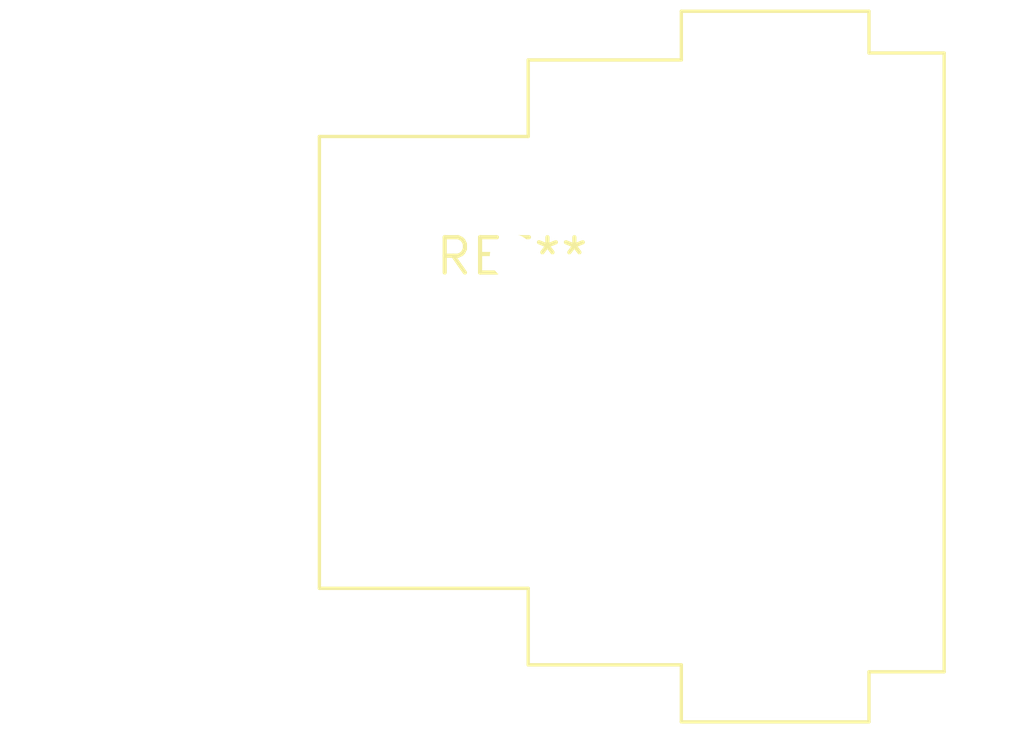
<source format=kicad_pcb>
(kicad_pcb (version 20240108) (generator pcbnew)
  (layers (0 "F.Cu" signal) (31 "B.Cu" signal) (34 "B.Paste" user) (35 "F.Paste" user) (36 "B.SilkS" user "B.Silkscreen") (37 "F.SilkS" user "F.Silkscreen") (38 "B.Mask" user) (39 "F.Mask" user) (44 "Edge.Cuts" user))
  (net 0 "")
  (footprint "Jack_XLR_Neutrik_NC3FAH2_Horizontal" (layer "F.Cu") (at 0 0)
    (property "Reference" "REF**")
    (property "Value" "Jack_XLR_Neutrik_NC3FAH2_Horizontal")
    (fp_line (start -6.92 -4.31) (end -6.92 11.93) (layer "F.SilkS") (stroke (width 0.12)))
    (fp_line (start 0.58 -7.06) (end 0.58 -4.31) (layer "F.SilkS") (stroke (width 0.12)))
    (fp_line (start 0.58 -4.31) (end -6.92 -4.31) (layer "F.SilkS") (stroke (width 0.12)))
    (fp_line (start 0.58 11.93) (end -6.92 11.93) (layer "F.SilkS") (stroke (width 0.12)))
    (fp_line (start 0.58 11.93) (end 0.58 14.68) (layer "F.SilkS") (stroke (width 0.12)))
    (fp_line (start 6.08 -7.06) (end 0.58 -7.06) (layer "F.SilkS") (stroke (width 0.12)))
    (fp_line (start 6.08 -7.06) (end 6.08 -8.81) (layer "F.SilkS") (stroke (width 0.12)))
    (fp_line (start 6.08 14.68) (end 0.58 14.68) (layer "F.SilkS") (stroke (width 0.12)))
    (fp_line (start 6.08 16.73) (end 6.08 14.68) (layer "F.SilkS") (stroke (width 0.12)))
    (fp_line (start 12.82 -8.81) (end 6.08 -8.81) (layer "F.SilkS") (stroke (width 0.12)))
    (fp_line (start 12.82 -8.81) (end 12.82 -7.31) (layer "F.SilkS") (stroke (width 0.12)))
    (fp_line (start 12.82 -7.31) (end 15.52 -7.31) (layer "F.SilkS") (stroke (width 0.12)))
    (fp_line (start 12.82 14.93) (end 12.82 16.73) (layer "F.SilkS") (stroke (width 0.12)))
    (fp_line (start 12.82 14.93) (end 15.52 14.93) (layer "F.SilkS") (stroke (width 0.12)))
    (fp_line (start 12.82 16.73) (end 6.08 16.73) (layer "F.SilkS") (stroke (width 0.12)))
    (fp_line (start 15.52 -7.31) (end 15.52 14.93) (layer "F.SilkS") (stroke (width 0.12)))
    (pad "" np_thru_hole circle (at 3.81 7.62) (size 1.6 1.6) (drill 1.6) (layers *.Cu *.Mask))
    (pad "" np_thru_hole circle (at 8.89 0) (size 1.6 1.6) (drill 1.6) (layers *.Cu *.Mask))
    (pad "1" thru_hole circle (at 0 0) (size 3.4 3.4) (drill 1.6) (layers *.Cu *.Mask) (remove_unused_layers))
    (pad "2" thru_hole circle (at -0.635 7.62) (size 3.4 3.4) (drill 1.6) (layers *.Cu *.Mask) (remove_unused_layers))
    (pad "3" thru_hole circle (at -4.45 3.81) (size 2.9 2.9) (drill 1.2) (layers *.Cu *.Mask) (remove_unused_layers))
    (pad "G" thru_hole circle (at 5.72 -4.44) (size 2.9 2.9) (drill 1.2) (layers *.Cu *.Mask) (remove_unused_layers))
  )
)
</source>
